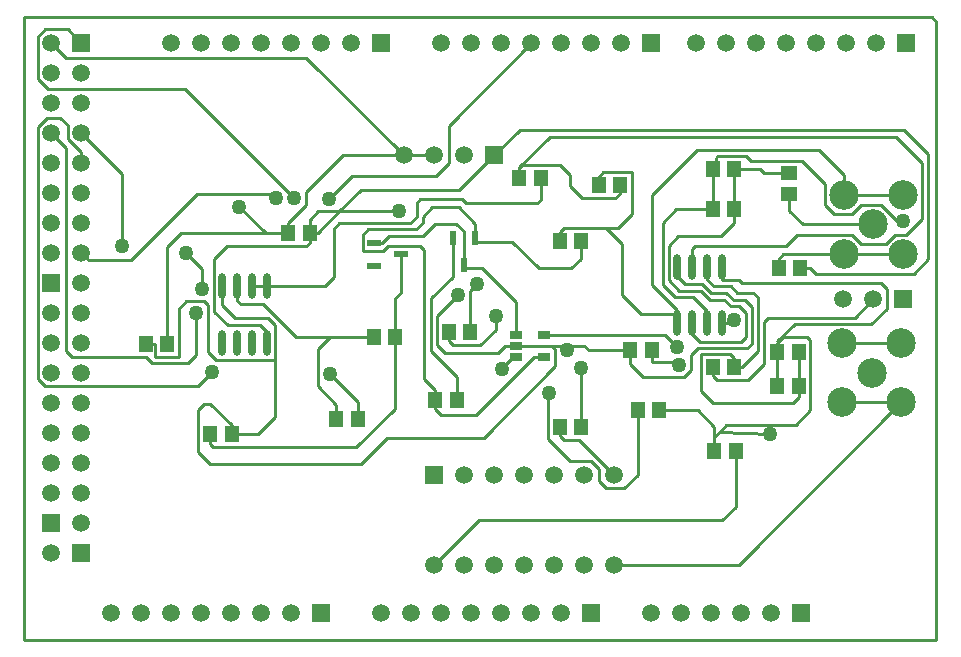
<source format=gbl>
%FSLAX42Y42*%
%MOMM*%
G71*
G01*
G75*
G04 Layer_Physical_Order=2*
G04 Layer_Color=16711680*
%ADD10R,1.10X0.65*%
%ADD11R,1.40X1.20*%
%ADD12R,1.20X1.40*%
%ADD13O,0.60X2.20*%
%ADD14R,1.15X0.60*%
%ADD15R,0.60X1.15*%
%ADD16C,0.25*%
%ADD17R,1.50X1.50*%
%ADD18C,1.50*%
%ADD19R,1.50X1.50*%
%ADD20C,2.50*%
%ADD21R,1.50X1.50*%
%ADD22C,1.50*%
%ADD23C,1.27*%
D10*
X6471Y2610D02*
D03*
Y2515D02*
D03*
Y2420D02*
D03*
X6711D02*
D03*
Y2610D02*
D03*
D11*
X8788Y3796D02*
D03*
Y3976D02*
D03*
D12*
X8140Y4013D02*
D03*
X8320D02*
D03*
X8878Y3175D02*
D03*
X8698D02*
D03*
X8686Y2464D02*
D03*
X8866D02*
D03*
X8686Y2172D02*
D03*
X8866D02*
D03*
X8320Y2337D02*
D03*
X8140D02*
D03*
X8332Y1626D02*
D03*
X8152D02*
D03*
X7621Y2476D02*
D03*
X7441D02*
D03*
X7685Y1968D02*
D03*
X7505D02*
D03*
X7024Y1829D02*
D03*
X6844D02*
D03*
X8320Y3670D02*
D03*
X8140D02*
D03*
X7174Y3874D02*
D03*
X7354D02*
D03*
X7024Y3404D02*
D03*
X6844D02*
D03*
X6681Y3937D02*
D03*
X6501D02*
D03*
X6084Y2629D02*
D03*
X5904D02*
D03*
X5449Y2591D02*
D03*
X5269D02*
D03*
X4726Y3467D02*
D03*
X4545D02*
D03*
X3519Y2527D02*
D03*
X3339D02*
D03*
X4065Y1765D02*
D03*
X3885D02*
D03*
X5132Y1892D02*
D03*
X4952D02*
D03*
X5790Y2057D02*
D03*
X5970D02*
D03*
D13*
X7836Y2706D02*
D03*
X7963D02*
D03*
X8090D02*
D03*
X8217D02*
D03*
X7836Y3186D02*
D03*
X7963D02*
D03*
X8090D02*
D03*
X8217D02*
D03*
X3988Y2541D02*
D03*
X4115D02*
D03*
X4242D02*
D03*
X4369D02*
D03*
X3988Y3021D02*
D03*
X4115D02*
D03*
X4242D02*
D03*
X4369D02*
D03*
D14*
X5497Y3289D02*
D03*
X5272Y3194D02*
D03*
Y3384D02*
D03*
D15*
X6033Y3202D02*
D03*
X5937Y3427D02*
D03*
X6128D02*
D03*
D16*
X4369Y3021D02*
X4242D01*
X5449Y2591D02*
Y2916D01*
X5497Y2964D02*
X5449Y2916D01*
X5497Y2964D02*
Y3289D01*
X8140Y3670D02*
Y3840D01*
X8140Y3840D02*
X8140Y3840D01*
X8140Y3840D02*
Y4013D01*
X8320Y3670D02*
Y4013D01*
X8788Y3976D02*
X8572D01*
X8536Y4013D01*
X8320D01*
X8686Y2172D02*
Y2464D01*
X8866Y2172D02*
Y2464D01*
X9750Y3793D02*
X9250D01*
X9750Y3293D02*
X9250D01*
X9737Y2036D02*
X9237D01*
X9737Y2536D02*
X9237D01*
X5778Y4128D02*
X5524D01*
X7024Y3251D02*
Y3404D01*
Y3251D02*
X6943Y3170D01*
X6665D01*
X6439Y3396D01*
X6128D02*
Y3427D01*
X9500Y3543D02*
X8903D01*
X8788Y3658D01*
Y3796D01*
X8332Y1153D02*
Y1626D01*
Y1153D02*
X8221Y1041D01*
X6160D01*
X5778Y660D01*
X8152Y1829D02*
X8013Y1968D01*
X7685D01*
X7441Y2476D02*
X7089D01*
X7051Y2515D01*
X6287Y4128D02*
X5992Y3833D01*
X5159D01*
X4793Y3467D02*
X4726D01*
X3633D02*
X3519Y3353D01*
Y2527D02*
Y3353D01*
X7024Y1829D02*
Y2328D01*
X5449Y1984D02*
Y2591D01*
Y1984D02*
X5122Y1656D01*
X3912D01*
X3885Y1683D01*
Y1765D01*
X2667Y4191D02*
X2540Y4318D01*
X2667Y2469D02*
Y4191D01*
X2718Y2418D02*
X2667Y2469D01*
X3342Y2418D02*
X2718D01*
X3392Y2368D02*
X3342Y2418D01*
X3698Y2368D02*
X3392D01*
X3767Y2438D02*
X3698Y2368D01*
X3767Y2438D02*
Y2789D01*
X5524Y4128D02*
X4699Y4953D01*
X2667D01*
X2540Y5080D01*
X6604D02*
X5903Y4379D01*
Y4064D02*
Y4379D01*
Y4064D02*
X5794Y3955D01*
X5085D01*
X4890Y3759D01*
X5132Y2039D02*
X4897Y2273D01*
X5132Y1892D02*
Y2039D01*
X4796Y2172D02*
Y2484D01*
X4952Y2015D02*
X4796Y2172D01*
X4952Y1892D02*
Y2015D01*
X7239Y3513D02*
X6877D01*
X7371Y2946D02*
Y3381D01*
X7531Y2786D02*
X7371Y2946D01*
X7836Y2706D02*
Y2786D01*
X8320Y2337D02*
Y2413D01*
X8288Y2445D01*
X8041D01*
Y2134D02*
Y2445D01*
X8143Y2032D02*
X8041Y2134D01*
X8815Y2032D02*
X8143D01*
X8866Y2083D02*
X8815Y2032D01*
X8866Y2083D02*
Y2172D01*
X4545Y3467D02*
Y3556D01*
X4699Y3710D02*
X4545Y3556D01*
X4699Y3710D02*
Y3817D01*
X5009Y4128D02*
X4699Y3817D01*
X5524Y4128D02*
X5009D01*
X7731Y2610D02*
X6711D01*
X7833Y2507D02*
X7731Y2610D01*
X6711Y2420D02*
X6628D01*
X6139Y1930D01*
X5841D01*
X5790Y1981D01*
Y2057D01*
X6681Y3753D02*
Y3937D01*
Y3753D02*
X6655Y3726D01*
X6048D01*
X6020Y3754D01*
X5664D01*
X5636Y3726D01*
Y3607D02*
Y3726D01*
Y3607D02*
X5580Y3551D01*
X4978D01*
X4933Y3505D01*
Y3099D02*
Y3505D01*
Y3099D02*
X4854Y3020D01*
X4369D02*
Y3021D01*
X3419Y2527D02*
X3339D01*
X3419Y2419D02*
Y2527D01*
X3617Y2419D02*
X3419D01*
X3617D02*
Y2825D01*
X3683Y2891D02*
X3617Y2825D01*
X3835Y2891D02*
X3683D01*
X3868Y2858D02*
X3835Y2891D01*
X3868Y2461D02*
Y2858D01*
X3937Y2393D02*
X3868Y2461D01*
X4437Y2393D02*
Y2687D01*
X4371Y2754D02*
X4097D01*
X3988Y2863D01*
Y3021D01*
X4437Y2687D02*
X4371Y2754D01*
X4437Y1910D02*
X4293Y1765D01*
X4065D01*
X4608Y2591D02*
X4332Y2866D01*
X4144D01*
X4115Y2896D01*
Y3021D01*
X6128Y3427D02*
Y3546D01*
X5988Y3686D01*
X5766D01*
X5687Y3607D01*
Y3556D02*
Y3607D01*
Y3556D02*
X5631Y3500D01*
X5222D01*
X5177Y3454D01*
Y3315D02*
Y3454D01*
X5347Y3315D02*
X5177D01*
X5390Y3357D02*
X5347Y3315D01*
X5664Y3357D02*
X5390D01*
X5697Y3324D02*
X5664Y3357D01*
X5697Y2230D02*
Y3324D01*
X5790Y2137D02*
X5697Y2230D01*
X5790Y2057D02*
Y2137D01*
X4801Y3653D02*
X4726Y3577D01*
Y3467D02*
Y3577D01*
X6845Y4046D02*
X6528D01*
X6929Y3962D02*
X6845Y4046D01*
X6929Y3871D02*
Y3962D01*
X7036Y3764D02*
X6929Y3871D01*
X7315Y3764D02*
X7036D01*
X7354Y3803D02*
X7315Y3764D01*
X7354Y3803D02*
Y3874D01*
X6471Y2515D02*
X6378D01*
X6320Y2456D01*
X5870D01*
X5806Y2520D01*
Y2768D01*
X5982Y2944D02*
X5806Y2768D01*
X6472Y2610D02*
X6471D01*
X6472Y2888D02*
X6185Y3175D01*
X6033D02*
Y3202D01*
X6147Y3039D02*
X6084Y2977D01*
Y2629D02*
Y2977D01*
X5970Y2057D02*
Y2253D01*
X5755Y2468D01*
Y2916D01*
X5937Y3098D02*
X5755Y2916D01*
X5937Y3098D02*
Y3427D01*
X9737Y2036D02*
X8361Y660D01*
X7303D01*
X8090Y2706D02*
Y2809D01*
X7973Y2926D01*
X7823D01*
X7717Y3033D01*
Y3556D01*
X7831Y3670D02*
X7717Y3556D01*
X8140Y3670D02*
X7831D01*
X6805Y2343D02*
Y2489D01*
Y2343D02*
X6199Y1737D01*
X5385D01*
X5159Y1511D01*
X3886D01*
X3785Y1613D01*
Y1971D01*
X3835Y2022D02*
X3785Y1971D01*
X3886Y2022D02*
X3835D01*
X4065Y1843D02*
X3886Y2022D01*
X4065Y1765D02*
Y1843D01*
X4726Y3384D02*
Y3467D01*
Y3384D02*
X4699Y3358D01*
X4026D01*
X3919Y3251D01*
Y2802D02*
Y3251D01*
X4032Y2689D02*
X3919Y2802D01*
X4310Y2689D02*
X4032D01*
X4369Y2631D02*
X4310Y2689D01*
X4369Y2541D02*
Y2631D01*
X6761Y4285D02*
X6501Y4025D01*
X9693Y4285D02*
X6761D01*
X9914Y4064D02*
X9693Y4285D01*
X9914Y3591D02*
Y4064D01*
Y3591D02*
X9779Y3456D01*
X9682D01*
X9606Y3380D01*
X9393D01*
X9317Y3456D01*
X8856D01*
X8762Y3363D01*
X7991D01*
X7963Y3335D01*
Y3186D02*
Y3335D01*
X9250Y3293D02*
X8738D01*
X8698Y3254D01*
Y3175D02*
Y3254D01*
X8140Y2261D02*
Y2337D01*
X8173Y2228D02*
X8140Y2261D01*
X8440Y2228D02*
X8173D01*
X8572Y2360D02*
X8440Y2228D01*
X8572Y2360D02*
Y2715D01*
X8607Y2750D02*
X8572Y2715D01*
X9341Y2750D02*
X8607D01*
X9500Y2908D02*
X9341Y2750D01*
X8387Y2337D02*
X8320D01*
X8522Y2472D02*
X8387Y2337D01*
X8522Y2472D02*
Y2927D01*
X8484Y2965D01*
X8347D01*
X8296Y3017D01*
X8147D01*
X8090Y3075D01*
Y3186D01*
X7836Y3106D02*
Y3186D01*
X7904Y3038D02*
X7836Y3106D01*
X8052Y3038D02*
X7904D01*
X8124Y2966D02*
X8052Y3038D01*
X8253Y2966D02*
X8124D01*
X8316Y2903D02*
X8253Y2966D01*
X8412Y2903D02*
X8316D01*
X8471Y2845D02*
X8412Y2903D01*
X8471Y2534D02*
Y2845D01*
Y2534D02*
X8433Y2496D01*
X8015D01*
X7958Y2438D01*
Y2311D02*
Y2438D01*
Y2311D02*
X7899Y2253D01*
X7549D01*
X7441Y2361D01*
Y2476D01*
X7856Y2355D02*
X7831Y2380D01*
X7621D01*
X6471Y2420D02*
X6449D01*
X6359Y2329D01*
Y2318D02*
Y2329D01*
X6749Y2116D02*
X6746Y2113D01*
Y1724D02*
Y2113D01*
X6934Y1536D02*
X6746Y1724D01*
X7111Y1536D02*
X6934D01*
X7175Y1471D02*
X7111Y1536D01*
X7175Y1372D02*
Y1471D01*
X7239Y1308D02*
X7175Y1372D01*
X7390Y1308D02*
X7239D01*
X7505Y1422D02*
X7390Y1308D01*
X7505Y1422D02*
Y1968D01*
X7303Y1422D02*
X7005Y1720D01*
X6877D01*
X6844Y1753D01*
Y1829D01*
X5338Y3384D02*
X5272D01*
X5397Y3443D02*
X5338Y3384D01*
X5682Y3443D02*
X5397D01*
X5785Y3546D02*
X5682Y3443D01*
X5969Y3546D02*
X5785D01*
X6033Y3483D02*
X5969Y3546D01*
X6033Y3202D02*
Y3483D01*
X8172Y4121D02*
X8140Y4013D01*
X8420Y4121D02*
X8172D01*
X8465Y4077D02*
X8420Y4121D01*
X8898Y4077D02*
X8465D01*
X9086Y3889D02*
X8898Y4077D01*
X9086Y3708D02*
Y3889D01*
X9164Y3630D02*
X9086Y3708D01*
X9317Y3630D02*
X9164D01*
X9393Y3706D02*
X9317Y3630D01*
X9567Y3706D02*
X9393D01*
X9699Y3575D02*
X9567Y3706D01*
X9750Y3575D02*
X9699D01*
X8320Y3556D02*
Y3670D01*
Y3556D02*
X8205Y3442D01*
X7849D01*
X7767Y3360D01*
Y3068D02*
Y3360D01*
X7856Y2979D02*
X7767Y3068D01*
X8039Y2979D02*
X7856D01*
X8113Y2905D02*
X8039Y2979D01*
X8238Y2905D02*
X8113D01*
X8291Y2852D02*
X8238Y2905D01*
X8362Y2852D02*
X8291D01*
X8420Y2794D02*
X8362Y2852D01*
X8420Y2591D02*
Y2794D01*
Y2591D02*
X8376Y2547D01*
X8032D01*
X7963Y2616D01*
Y2706D01*
X2794Y5080D02*
X2680Y5194D01*
X2489D01*
X2426Y5131D01*
Y4775D02*
Y5131D01*
X2515Y4686D02*
X2426Y4775D01*
X3675Y4686D02*
X2515D01*
X4597Y3764D02*
X3675Y4686D01*
X8152Y1626D02*
Y1744D01*
X8966Y1971D02*
X8842Y1847D01*
X8966Y1971D02*
Y2565D01*
X8941Y2591D01*
X8737D01*
X8686Y2464D02*
Y2540D01*
X8217Y3068D02*
Y3186D01*
X8383Y3046D02*
X8361Y3068D01*
X9565Y3046D02*
X8383D01*
X9614Y2997D02*
X9565Y3046D01*
X9614Y2830D02*
Y2997D01*
Y2830D02*
X9483Y2699D01*
X8833D01*
X8686Y2552D01*
X8692Y2546D02*
X8686Y2540D01*
X7836Y2821D02*
X7625Y3032D01*
Y3792D01*
X8005Y4172D02*
X7625Y3792D01*
X9040Y4172D02*
X8005D01*
X9250Y3962D02*
X9040Y4172D01*
X9250Y3793D02*
Y3962D01*
X7621Y2380D02*
Y2476D01*
X7174Y3874D02*
Y3944D01*
X7214Y3983D02*
X7174Y3944D01*
X7455Y3983D02*
X7214D01*
X7455Y3627D02*
Y3983D01*
Y3627D02*
X7341Y3513D01*
X6877D02*
X6844Y3480D01*
Y3404D02*
Y3480D01*
X6304Y2652D02*
Y2766D01*
Y2652D02*
X6172Y2520D01*
X5944D01*
X5904Y2559D01*
Y2629D01*
X8318Y2713D02*
X8217Y2706D01*
X8318Y2713D02*
Y2731D01*
X6505Y4346D02*
X6287Y4128D01*
X9756Y4346D02*
X6505D01*
X9964Y4138D02*
X9756Y4346D01*
X9964Y3251D02*
Y4138D01*
Y3251D02*
X9840Y3127D01*
X9012D01*
X8964Y3175D01*
X8878D01*
X3818Y3167D02*
X3683Y3302D01*
X3818Y2992D02*
Y3167D01*
X3899Y2291D02*
X3780Y2172D01*
X2489D01*
X2426Y2235D01*
Y4369D01*
X2502Y4445D02*
X2426Y4369D01*
X2616Y4445D02*
X2502D01*
X2680Y4381D02*
X2616Y4445D01*
X2680Y4267D02*
Y4381D01*
X2794Y4153D02*
X2680Y4267D01*
X2794Y4064D02*
Y4153D01*
X3139Y3360D02*
Y3973D01*
X2794Y4318D01*
X4445Y3764D02*
X4413Y3796D01*
X3769D01*
X3211Y3238D01*
X2858D01*
X2794Y3302D01*
X4854Y3020D02*
X4369D01*
X6439Y3396D02*
X6128D01*
X6472Y2610D02*
Y2888D01*
X6185Y3175D02*
X6033D01*
X6501Y3937D02*
Y4020D01*
Y4025D01*
X6528Y4046D02*
X6501Y4020D01*
X5269Y2591D02*
X4902D01*
X4608D01*
X4902D02*
X4796Y2484D01*
X8842Y1847D02*
X8255D01*
X8692Y2546D02*
X8686Y2552D01*
X8737Y2591D02*
X8692Y2546D01*
X8197Y1788D02*
X8152Y1744D01*
X8255Y1847D02*
X8197Y1788D01*
X8152Y1744D02*
Y1829D01*
X8361Y3068D02*
X8217D01*
X8621Y1770D02*
X8197Y1788D01*
X7836Y2786D02*
Y2821D01*
Y2786D02*
X7531D01*
X7341Y3513D02*
X7239D01*
X7371Y3381D02*
X7239Y3513D01*
X4545Y3467D02*
X4354D01*
X3633D01*
X4354D02*
X4128Y3693D01*
X6909Y2479D02*
X6873Y2515D01*
X6805Y2489D02*
X6779Y2515D01*
X6873D02*
X6779D01*
X7051D02*
X6873D01*
X6779D02*
X6471D01*
X4437Y2393D02*
X3937D01*
X4437Y1910D02*
Y2393D01*
X4978Y3653D02*
X4793Y3467D01*
X5159Y3833D02*
X4978Y3653D01*
X5484D02*
X4978D01*
X4801D01*
X10033Y5258D02*
X9995Y5296D01*
X10033Y25D02*
Y5258D01*
Y25D02*
X2311D01*
X9995Y5296D02*
X2311D01*
Y25D02*
Y5296D01*
D17*
X4826Y254D02*
D03*
X2794Y762D02*
D03*
X8890Y254D02*
D03*
X2794Y5080D02*
D03*
X6287Y4128D02*
D03*
X7620Y5080D02*
D03*
X9754Y2908D02*
D03*
X7112Y254D02*
D03*
X5334Y5080D02*
D03*
X9779D02*
D03*
D18*
X4572Y254D02*
D03*
X4318D02*
D03*
X4064D02*
D03*
X3810D02*
D03*
X3556D02*
D03*
X3302D02*
D03*
X3048D02*
D03*
X2540Y762D02*
D03*
X7620Y254D02*
D03*
X7874D02*
D03*
X8128D02*
D03*
X8382D02*
D03*
X8636D02*
D03*
X2540Y5080D02*
D03*
X2794Y2794D02*
D03*
X2540D02*
D03*
X2794Y2540D02*
D03*
X2540D02*
D03*
X2794Y2286D02*
D03*
X2540D02*
D03*
X2794Y2032D02*
D03*
X2540D02*
D03*
X2794Y1778D02*
D03*
X2540D02*
D03*
X2794Y1524D02*
D03*
X2540D02*
D03*
X2794Y1270D02*
D03*
X2540D02*
D03*
X2794Y1016D02*
D03*
X6033Y4128D02*
D03*
X5778D02*
D03*
X5524D02*
D03*
X5842Y5080D02*
D03*
X6096D02*
D03*
X6350D02*
D03*
X6604D02*
D03*
X6858D02*
D03*
X7112D02*
D03*
X7366D02*
D03*
X9246Y2908D02*
D03*
X9500D02*
D03*
X5334Y254D02*
D03*
X5588D02*
D03*
X5842D02*
D03*
X6096D02*
D03*
X6350D02*
D03*
X6604D02*
D03*
X6858D02*
D03*
X2794Y4826D02*
D03*
X2540D02*
D03*
X2794Y4572D02*
D03*
X2540D02*
D03*
X2794Y4318D02*
D03*
X2540D02*
D03*
X2794Y4064D02*
D03*
X2540D02*
D03*
X2794Y3810D02*
D03*
X2540D02*
D03*
X2794Y3556D02*
D03*
X2540D02*
D03*
X2794Y3302D02*
D03*
X2540D02*
D03*
X2794Y3048D02*
D03*
X3556Y5080D02*
D03*
X3810D02*
D03*
X4064D02*
D03*
X4318D02*
D03*
X4572D02*
D03*
X4826D02*
D03*
X5080D02*
D03*
X8001D02*
D03*
X8255D02*
D03*
X8509D02*
D03*
X8763D02*
D03*
X9017D02*
D03*
X9271D02*
D03*
X9525D02*
D03*
D19*
X2540Y1016D02*
D03*
Y3048D02*
D03*
D20*
X9500Y3543D02*
D03*
X9750Y3293D02*
D03*
X9250D02*
D03*
Y3793D02*
D03*
X9750D02*
D03*
X9487Y2286D02*
D03*
X9737Y2036D02*
D03*
X9237D02*
D03*
Y2536D02*
D03*
X9737D02*
D03*
D21*
X5778Y1422D02*
D03*
D22*
X6033D02*
D03*
X6287D02*
D03*
X6540D02*
D03*
X6794D02*
D03*
X7049D02*
D03*
X7303D02*
D03*
X5778Y660D02*
D03*
X6033D02*
D03*
X6287D02*
D03*
X6540D02*
D03*
X6794D02*
D03*
X7049D02*
D03*
X7303D02*
D03*
D23*
X7024Y2328D02*
D03*
X6909Y2479D02*
D03*
X3767Y2789D02*
D03*
X4890Y3759D02*
D03*
X4897Y2273D02*
D03*
X7833Y2507D02*
D03*
X5484Y3653D02*
D03*
X5982Y2944D02*
D03*
X6147Y3039D02*
D03*
X7856Y2355D02*
D03*
X6359Y2318D02*
D03*
X6749Y2116D02*
D03*
X9750Y3575D02*
D03*
X4597Y3764D02*
D03*
X8621Y1770D02*
D03*
X4128Y3693D02*
D03*
X6304Y2766D02*
D03*
X8318Y2731D02*
D03*
X3683Y3302D02*
D03*
X3818Y2992D02*
D03*
X3899Y2291D02*
D03*
X3139Y3360D02*
D03*
X4445Y3764D02*
D03*
M02*

</source>
